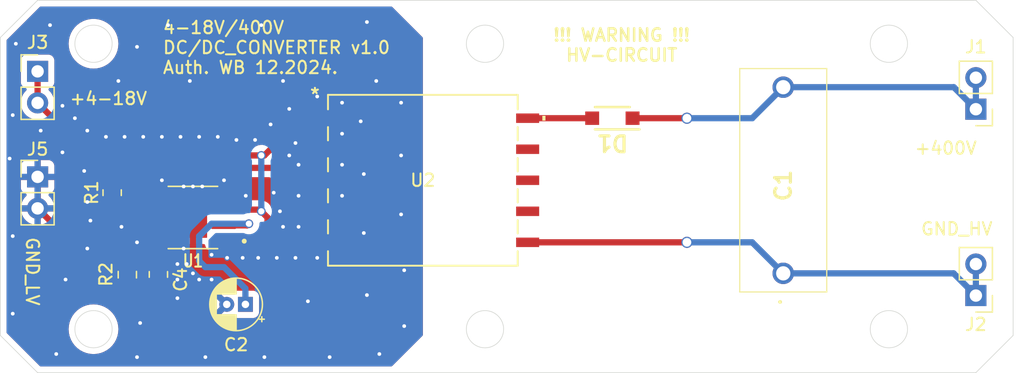
<source format=kicad_pcb>
(kicad_pcb (version 20240108) (generator "pcbnew") (generator_version "8.0")
  (layers (0 "F.Cu" signal) (31 "B.Cu" signal) (34 "B.Paste" user) (35 "F.Paste" user) (36 "B.SilkS" user "B.Silkscreen") (37 "F.SilkS" user "F.Silkscreen") (38 "B.Mask" user) (39 "F.Mask" user) (44 "Edge.Cuts" user))
  (net 0 "")
  (net 2 "Net-(D1-K)")
  (net 3 "Net-(D1-A)")
  (net 4 "Net-(U1-SW)")
  (net 5 "Net-(U1-RFB)")
  (net 11 "GND")
  (net 12 "Net-(U1-INTVCC)")
  (net 13 "Net-(U1-TC)")
  (net 14 "Net-(J3-Pin_1)")
  (net 15 "GND1")
  (footprint "Connector_PinHeader_2.54mm:PinHeader_1x02_P2.54mm_Vertical" (layer "F.Cu") (at 132 67.29 180)
    (property "Reference" "J2" (at 0 -2.33 180) (layer "F.SilkS") (effects (font (thickness 0.16))))
    (property "Value" "400V_GND")
    (fp_line (start 1.33 1.27) (end 1.33 3.87) (stroke (width 0.12)) (layer "F.SilkS"))
    (fp_line (start -1.33 3.87) (end 1.33 3.87) (stroke (width 0.12)) (layer "F.SilkS"))
    (fp_line (start -1.33 1.27) (end 1.33 1.27) (stroke (width 0.12)) (layer "F.SilkS"))
    (fp_line (start -1.33 1.27) (end -1.33 3.87) (stroke (width 0.12)) (layer "F.SilkS"))
    (fp_line (start -1.33 0) (end -1.33 -1.33) (stroke (width 0.12)) (layer "F.SilkS"))
    (fp_line (start -1.33 -1.33) (end 0 -1.33) (stroke (width 0.12)) (layer "F.SilkS"))
    (pad "1" thru_hole rect (at 0 0 180) (size 1.7 1.7) (drill 1) (layers "*.Cu" "*.Mask") (net 15 "GND1"))
    (pad "2" thru_hole oval (at 0 2.54 180) (size 1.7 1.7) (drill 1) (layers "*.Cu" "*.Mask") (net 15 "GND1"))
  )
  (footprint "Resistor_SMD:R_0805_2012Metric" (layer "F.Cu") (at 66.22125 65.5875 90)
    (property "Reference" "R2" (at 0 -4.22125 270) (layer "F.SilkS") (effects (font (thickness 0.16))))
    (property "Value" "10k")
    (fp_line (start -0.227064 -0.735) (end 0.227064 -0.735) (stroke (width 0.12)) (layer "F.SilkS"))
    (fp_line (start -0.227064 0.735) (end 0.227064 0.735) (stroke (width 0.12)) (layer "F.SilkS"))
    (pad "1" smd roundrect (at -0.9125 0 90) (size 1.025 1.4) (layers "F.Cu" "F.Paste" "F.Mask") (roundrect_rratio 0.243902) (net 11 "GND"))
    (pad "2" smd roundrect (at 0.9125 0 90) (size 1.025 1.4) (layers "F.Cu" "F.Paste" "F.Mask") (roundrect_rratio 0.243902) (net 13 "Net-(U1-TC)"))
  )
  (footprint "Capacitor_SMD:C_0805_2012Metric" (layer "F.Cu") (at 63.72125 65.6075 -90)
    (property "Reference" "C4" (at 0.3925 -4.27875 90) (layer "F.SilkS") (effects (font (thickness 0.16))))
    (property "Value" "10p")
    (fp_line (start -0.261252 0.735) (end 0.261252 0.735) (stroke (width 0.12)) (layer "F.SilkS"))
    (fp_line (start -0.261252 -0.735) (end 0.261252 -0.735) (stroke (width 0.12)) (layer "F.SilkS"))
    (pad "1" smd roundrect (at -0.95 0 270) (size 1 1.45) (layers "F.Cu" "F.Paste" "F.Mask") (net 13 "Net-(U1-TC)"))
    (pad "2" smd roundrect (at 0.95 0 270) (size 1 1.45) (layers "F.Cu" "F.Paste" "F.Mask") (net 11 "GND"))
  )
  (footprint "Przetwornica_4_to_400:SOIC127P599X175-9N" (layer "F.Cu") (at 69 61 180)
    (property "Reference" "U1" (at 0 -3.5 180) (layer "F.SilkS") (effects (font (size 1 0.8) (thickness 0.16) (bold yes))))
    (property "Value" "LT8304IS8E-1_PBF")
    (fp_line (start -1.99 2.509) (end 1.99 2.509) (stroke (width 0.127)) (layer "F.SilkS"))
    (fp_line (start -1.99 -2.509) (end 1.99 -2.509) (stroke (width 0.127)) (layer "F.SilkS"))
    (fp_circle (center -4.128 -1.905) (end -4.028 -1.905) (stroke (width 0.2)) (fill none) (layer "F.SilkS"))
    (pad "1" smd roundrect (at -2.47 -1.905 180) (size 1.97 0.58) (layers "F.Cu" "F.Paste" "F.Mask") (roundrect_rratio 0.075) (net 14 "Net-(J3-Pin_1)"))
    (pad "2" smd roundrect (at -2.47 -0.635 180) (size 1.97 0.58) (layers "F.Cu" "F.Paste" "F.Mask") (roundrect_rratio 0.075) (net 12 "Net-(U1-INTVCC)"))
    (pad "3" smd roundrect (at -2.47 0.635 180) (size 1.97 0.58) (layers "F.Cu" "F.Paste" "F.Mask") (roundrect_rratio 0.075) (net 14 "Net-(J3-Pin_1)"))
    (pad "4" smd roundrect (at -2.47 1.905 180) (size 1.97 0.58) (layers "F.Cu" "F.Paste" "F.Mask") (roundrect_rratio 0.075) (net 11 "GND"))
    (pad "5" smd roundrect (at 2.47 1.905 180) (size 1.97 0.58) (layers "F.Cu" "F.Paste" "F.Mask") (roundrect_rratio 0.075) (net 4 "Net-(U1-SW)"))
    (pad "6" smd roundrect (at 2.47 0.635 180) (size 1.97 0.58) (layers "F.Cu" "F.Paste" "F.Mask") (roundrect_rratio 0.075) (net 5 "Net-(U1-RFB)"))
    (pad "7" smd roundrect (at 2.47 -0.635 180) (size 1.97 0.58) (layers "F.Cu" "F.Paste" "F.Mask") (roundrect_rratio 0.075))
    (pad "8" smd roundrect (at 2.47 -1.905 180) (size 1.97 0.58) (layers "F.Cu" "F.Paste" "F.Mask") (roundrect_rratio 0.075) (net 13 "Net-(U1-TC)"))
    (pad "9" smd rect (at 0 0 180) (size 2.281 3.274) (layers "F.Cu" "F.Mask") (net 11 "GND"))
  )
  (footprint "Resistor_SMD:R_0805_2012Metric" (layer "F.Cu") (at 62.5 59 90)
    (property "Reference" "R1" (at 0 -1.65 270) (layer "F.SilkS") (effects (font (thickness 0.16))))
    (property "Value" "392k")
    (fp_line (start -0.227064 -0.735) (end 0.227064 -0.735) (stroke (width 0.12)) (layer "F.SilkS"))
    (fp_line (start -0.227064 0.735) (end 0.227064 0.735) (stroke (width 0.12)) (layer "F.SilkS"))
    (pad "1" smd roundrect (at -0.9125 0 90) (size 1.025 1.4) (layers "F.Cu" "F.Paste" "F.Mask") (roundrect_rratio 0.243902) (net 5 "Net-(U1-RFB)"))
    (pad "2" smd roundrect (at 0.9125 0 90) (size 1.025 1.4) (layers "F.Cu" "F.Paste" "F.Mask") (roundrect_rratio 0.243902) (net 4 "Net-(U1-SW)"))
  )
  (footprint "Connector_PinHeader_2.54mm:PinHeader_1x02_P2.54mm_Vertical" (layer "F.Cu") (at 56.5 49.225)
    (property "Reference" "J3" (at 0 -2.33 0) (layer "F.SilkS") (effects (font (thickness 0.16))))
    (property "Value" "4-18V")
    (fp_line (start -1.33 -1.33) (end 0 -1.33) (stroke (width 0.12)) (layer "F.SilkS"))
    (fp_line (start -1.33 0) (end -1.33 -1.33) (stroke (width 0.12)) (layer "F.SilkS"))
    (fp_line (start -1.33 1.27) (end -1.33 3.87) (stroke (width 0.12)) (layer "F.SilkS"))
    (fp_line (start -1.33 1.27) (end 1.33 1.27) (stroke (width 0.12)) (layer "F.SilkS"))
    (fp_line (start -1.33 3.87) (end 1.33 3.87) (stroke (width 0.12)) (layer "F.SilkS"))
    (fp_line (start 1.33 1.27) (end 1.33 3.87) (stroke (width 0.12)) (layer "F.SilkS"))
    (pad "1" thru_hole rect (at 0 0) (size 1.7 1.7) (drill 1) (layers "*.Cu" "*.Mask") (net 14 "Net-(J3-Pin_1)"))
    (pad "2" thru_hole oval (at 0 2.54) (size 1.7 1.7) (drill 1) (layers "*.Cu" "*.Mask") (net 14 "Net-(J3-Pin_1)"))
  )
  (footprint "Przetwornica_4_to_400:890303325008CS" (layer "F.Cu") (at 116.5 65.5 90)
    (property "Reference" "C1" (at 7.075 0 -90) (layer "F.SilkS") (effects (font (size 1.27 1.27) (thickness 0.254))))
    (property "Value" "150n" (hide yes))
    (fp_line (start 16.5 -3.5) (end 16.5 3.5) (stroke (width 0.1)) (layer "F.SilkS"))
    (fp_line (start -1.5 -3.5) (end 16.5 -3.5) (stroke (width 0.1)) (layer "F.SilkS"))
    (fp_line (start -2.3 -0.3) (end -2.3 -0.3) (stroke (width 0.2)) (layer "F.SilkS"))
    (fp_line (start -2.3 -0.3) (end -2.3 -0.3) (stroke (width 0.2)) (layer "F.SilkS"))
    (fp_line (start -2.3 -0.2) (end -2.3 -0.2) (stroke (width 0.2)) (layer "F.SilkS"))
    (fp_line (start 16.5 3.5) (end -1.5 3.5) (stroke (width 0.1)) (layer "F.SilkS"))
    (fp_line (start -1.5 3.5) (end -1.5 -3.5) (stroke (width 0.1)) (layer "F.SilkS"))
    (fp_arc (start -2.3 -0.3) (mid -2.25 -0.25) (end -2.3 -0.2) (stroke (width 0.2)) (layer "F.SilkS"))
    (fp_arc (start -2.3 -0.2) (mid -2.35 -0.25) (end -2.3 -0.3) (stroke (width 0.2)) (layer "F.SilkS"))
    (fp_arc (start -2.3 -0.2) (mid -2.35 -0.25) (end -2.3 -0.3) (stroke (width 0.2)) (layer "F.SilkS"))
    (pad "1" thru_hole circle (at 0 0 90) (size 1.725 1.725) (drill 1.15) (layers "*.Cu" "*.Mask") (net 15 "GND1"))
    (pad "2" thru_hole circle (at 15 0 90) (size 1.725 1.725) (drill 1.15) (layers "*.Cu" "*.Mask") (net 2 "Net-(D1-K)"))
  )
  (footprint "Connector_PinHeader_2.54mm:PinHeader_1x02_P2.54mm_Vertical" (layer "F.Cu") (at 132 52.275 180)
    (property "Reference" "J1" (at 0 5.025 180) (layer "F.SilkS") (effects (font (thickness 0.16))))
    (property "Value" "400V+")
    (fp_line (start 1.33 1.27) (end 1.33 3.87) (stroke (width 0.12)) (layer "F.SilkS"))
    (fp_line (start -1.33 3.87) (end 1.33 3.87) (stroke (width 0.12)) (layer "F.SilkS"))
    (fp_line (start -1.33 1.27) (end 1.33 1.27) (stroke (width 0.12)) (layer "F.SilkS"))
    (fp_line (start -1.33 1.27) (end -1.33 3.87) (stroke (width 0.12)) (layer "F.SilkS"))
    (fp_line (start -1.33 0) (end -1.33 -1.33) (stroke (width 0.12)) (layer "F.SilkS"))
    (fp_line (start -1.33 -1.33) (end 0 -1.33) (stroke (width 0.12)) (layer "F.SilkS"))
    (pad "1" thru_hole rect (at 0 0 180) (size 1.7 1.7) (drill 1) (layers "*.Cu" "*.Mask") (net 2 "Net-(D1-K)"))
    (pad "2" thru_hole oval (at 0 2.54 180) (size 1.7 1.7) (drill 1) (layers "*.Cu" "*.Mask") (net 2 "Net-(D1-K)"))
  )
  (footprint "Capacitor_THT:CP_Radial_D4.0mm_P1.50mm" (layer "F.Cu") (at 73.2226 68 180)
    (property "Reference" "C2" (at 0.75 -3.25 180) (layer "F.SilkS") (effects (font (thickness 0.16))))
    (property "Value" "1u")
    (fp_line (start 2.831 -0.37) (end 2.831 0.37) (stroke (width 0.12)) (layer "F.SilkS"))
    (fp_line (start 2.791 -0.537) (end 2.791 0.537) (stroke (width 0.12)) (layer "F.SilkS"))
    (fp_line (start 2.751 -0.664) (end 2.751 0.664) (stroke (width 0.12)) (layer "F.SilkS"))
    (fp_line (start 2.711 -0.768) (end 2.711 0.768) (stroke (width 0.12)) (layer "F.SilkS"))
    (fp_line (start 2.671 -0.859) (end 2.671 0.859) (stroke (width 0.12)) (layer "F.SilkS"))
    (fp_line (start 2.631 -0.94) (end 2.631 0.94) (stroke (width 0.12)) (layer "F.SilkS"))
    (fp_line (start 2.591 -1.013) (end 2.591 1.013) (stroke (width 0.12)) (layer "F.SilkS"))
    (fp_line (start 2.551 -1.08) (end 2.551 1.08) (stroke (width 0.12)) (layer "F.SilkS"))
    (fp_line (start 2.511 -1.142) (end 2.511 1.142) (stroke (width 0.12)) (layer "F.SilkS"))
    (fp_line (start 2.471 -1.2) (end 2.471 1.2) (stroke (width 0.12)) (layer "F.SilkS"))
    (fp_line (start 2.431 -1.254) (end 2.431 1.254) (stroke (width 0.12)) (layer "F.SilkS"))
    (fp_line (start 2.391 -1.304) (end 2.391 1.304) (stroke (width 0.12)) (layer "F.SilkS"))
    (fp_line (start 2.351 -1.351) (end 2.351 1.351) (stroke (width 0.12)) (layer "F.SilkS"))
    (fp_line (start 2.311 0.84) (end 2.311 1.396) (stroke (width 0.12)) (layer "F.SilkS"))
    (fp_line (start 2.311 -1.396) (end 2.311 -0.84) (stroke (width 0.12)) (layer "F.SilkS"))
    (fp_line (start 2.271 0.84) (end 2.271 1.438) (stroke (width 0.12)) (layer "F.SilkS"))
    (fp_line (start 2.271 -1.438) (end 2.271 -0.84) (stroke (width 0.12)) (layer "F.SilkS"))
    (fp_line (start 2.231 0.84) (end 2.231 1.478) (stroke (width 0.12)) (layer "F.SilkS"))
    (fp_line (start 2.231 -1.478) (end 2.231 -0.84) (stroke (width 0.12)) (layer "F.SilkS"))
    (fp_line (start 2.191 0.84) (end 2.191 1.516) (stroke (width 0.12)) (layer "F.SilkS"))
    (fp_line (start 2.191 -1.516) (end 2.191 -0.84) (stroke (width 0.12)) (layer "F.SilkS"))
    (fp_line (start 2.151 0.84) (end 2.151 1.552) (stroke (width 0.12)) (layer "F.SilkS"))
    (fp_line (start 2.151 -1.552) (end 2.151 -0.84) (stroke (width 0.12)) (layer "F.SilkS"))
    (fp_line (start 2.111 0.84) (end 2.111 1.587) (stroke (width 0.12)) (layer "F.SilkS"))
    (fp_line (start 2.111 -1.587) (end 2.111 -0.84) (stroke (width 0.12)) (layer "F.SilkS"))
    (fp_line (start 2.071 0.84) (end 2.071 1.619) (stroke (width 0.12)) (layer "F.SilkS"))
    (fp_line (start 2.071 -1.619) (end 2.071 -0.84) (stroke (width 0.12)) (layer "F.SilkS"))
    (fp_line (start 2.031 0.84) (end 2.031 1.65) (stroke (width 0.12)) (layer "F.SilkS"))
    (fp_line (start 2.031 -1.65) (end 2.031 -0.84) (stroke (width 0.12)) (layer "F.SilkS"))
    (fp_line (start 1.991 0.84) (end 1.991 1.68) (stroke (width 0.12)) (layer "F.SilkS"))
    (fp_line (start 1.991 -1.68) (end 1.991 -0.84) (stroke (width 0.12)) (layer "F.SilkS"))
    (fp_line (start 1.951 0.84) (end 1.951 1.708) (stroke (width 0.12)) (layer "F.SilkS"))
    (fp_line (start 1.951 -1.708) (end 1.951 -0.84) (stroke (width 0.12)) (layer "F.SilkS"))
    (fp_line (start 1.911 0.84) (end 1.911 1.735) (stroke (width 0.12)) (layer "F.SilkS"))
    (fp_line (start 1.911 -1.735) (end 1.911 -0.84) (stroke (width 0.12)) (layer "F.SilkS"))
    (fp_line (start 1.871 0.84) (end 1.871 1.76) (stroke (width 0.12)) (layer "F.SilkS"))
    (fp_line (start 1.871 -1.76) (end 1.871 -0.84) (stroke (width 0.12)) (layer "F.SilkS"))
    (fp_line (start 1.831 0.84) (end 1.831 1.785) (stroke (width 0.12)) (layer "F.SilkS"))
    (fp_line (start 1.831 -1.785) (end 1.831 -0.84) (stroke (width 0.12)) (layer "F.SilkS"))
    (fp_line (start 1.791 0.84) (end 1.791 1.808) (stroke (width 0.12)) (layer "F.SilkS"))
    (fp_line (start 1.791 -1.808) (end 1.791 -0.84) (stroke (width 0.12)) (layer "F.SilkS"))
    (fp_line (start 1.751 0.84) (end 1.751 1.83) (stroke (width 0.12)) (layer "F.SilkS"))
    (fp_line (start 1.751 -1.83) (end 1.751 -0.84) (stroke (width 0.12)) (layer "F.SilkS"))
    (fp_line (start 1.711 0.84) (end 1.711 1.851) (stroke (width 0.12)) (layer "F.SilkS"))
    (fp_line (start 1.711 -1.851) (end 1.711 -0.84) (stroke (width 0.12)) (layer "F.SilkS"))
    (fp_line (start 1.671 0.84) (end 1.671 1.87) (stroke (width 0.12)) (layer "F.SilkS"))
    (fp_line (start 1.671 -1.87) (end 1.671 -0.84) (stroke (width 0.12)) (layer "F.SilkS"))
    (fp_line (start 1.631 0.84) (end 1.631 1.889) (stroke (width 0.12)) (layer "F.SilkS"))
    (fp_line (start 1.631 -1.889) (end 1.631 -0.84) (stroke (width 0.12)) (layer "F.SilkS"))
    (fp_line (start 1.591 0.84) (end 1.591 1.907) (stroke (width 0.12)) (layer "F.SilkS"))
    (fp_line (start 1.591 -1.907) (end 1.591 -0.84) (stroke (width 0.12)) (layer "F.SilkS"))
    (fp_line (start 1.551 0.84) (end 1.551 1.924) (stroke (width 0.12)) (layer "F.SilkS"))
    (fp_line (start 1.551 -1.924) (end 1.551 -0.84) (stroke (width 0.12)) (layer "F.SilkS"))
    (fp_line (start 1.511 0.84) (end 1.511 1.94) (stroke (width 0.12)) (layer "F.SilkS"))
    (fp_line (start 1.511 -1.94) (end 1.511 -0.84) (stroke (width 0.12)) (layer "F.SilkS"))
    (fp_line (start 1.471 0.84) (end 1.471 1.954) (stroke (width 0.12)) (layer "F.SilkS"))
    (fp_line (start 1.471 -1.954) (end 1.471 -0.84) (stroke (width 0.12)) (layer "F.SilkS"))
    (fp_line (start 1.43 0.84) (end 1.43 1.968) (stroke (width 0.12)) (layer "F.SilkS"))
    (fp_line (start 1.43 -1.968) (end 1.43 -0.84) (stroke (width 0.12)) (layer "F.SilkS"))
    (fp_line (start 1.39 0.84) (end 1.39 1.982) (stroke (width 0.12)) (layer "F.SilkS"))
    (fp_line (start 1.39 -1.982) (end 1.39 -0.84) (stroke (width 0.12)) (layer "F.SilkS"))
    (fp_line (start 1.35 0.84) (end 1.35 1.994) (stroke (width 0.12)) (layer "F.SilkS"))
    (fp_line (start 1.35 -1.994) (end 1.35 -0.84) (stroke (width 0.12)) (layer "F.SilkS"))
    (fp_line (start 1.31 0.84) (end 1.31 2.005) (stroke (width 0.12)) (layer "F.SilkS"))
    (fp_line (start 1.31 -2.005) (end 1.31 -0.84) (stroke (width 0.12)) (layer "F.SilkS"))
    (fp_line (start 1.27 0.84) (end 1.27 2.016) (stroke (width 0.12)) (layer "F.SilkS"))
    (fp_line (start 1.27 -2.016) (end 1.27 -0.84) (stroke (width 0.12)) (layer "F.SilkS"))
    (fp_line (start 1.23 0.84) (end 1.23 2.025) (stroke (width 0.12)) (layer "F.SilkS"))
    (fp_line (start 1.23 -2.025) (end 1.23 -0.84) (stroke (width 0.12)) (layer "F.SilkS"))
    (fp_line (start 1.19 0.84) (end 1.19 2.034) (stroke (width 0.12)) (layer "F.SilkS"))
    (fp_line (start 1.19 -2.034) (end 1.19 -0.84) (stroke (width 0.12)) (layer "F.SilkS"))
    (fp_line (start 1.15 0.84) (end 1.15 2.042) (stroke (width 0.12)) (layer "F.SilkS"))
    (fp_line (start 1.15 -2.042) (end 1.15 -0.84) (stroke (width 0.12)) (layer "F.SilkS"))
    (fp_line (start 1.11 0.84) (end 1.11 2.05) (stroke (width 0.12)) (layer "F.SilkS"))
    (fp_line (start 1.11 -2.05) (end 1.11 -0.84) (stroke (width 0.12)) (layer "F.SilkS"))
    (fp_line (start 1.07 0.84) (end 1.07 2.056) (stroke (width 0.12)) (layer "F.SilkS"))
    (fp_line (start 1.07 -2.056) (end 1.07 -0.84) (stroke (width 0.12)) (layer "F.SilkS"))
    (fp_line (start 1.03 0.84) (end 1.03 2.062) (stroke (width 0.12)) (layer "F.SilkS"))
    (fp_line (start 1.03 -2.062) (end 1.03 -0.84) (stroke (width 0.12)) (layer "F.SilkS"))
    (fp_line (start 0.99 0.84) (end 0.99 2.067) (stroke (width 0.12)) (layer "F.SilkS"))
    (fp_line (start 0.99 -2.067) (end 0.99 -0.84) (stroke (width 0.12)) (layer "F.SilkS"))
    (fp_line (start 0.95 0.84) (end 0.95 2.071) (stroke (width 0.12)) (layer "F.SilkS"))
    (fp_line (start 0.95 -2.071) (end 0.95 -0.84) (stroke (width 0.12)) (layer "F.SilkS"))
    (fp_line (start 0.91 0.84) (end 0.91 2.074) (stroke (width 0.12)) (layer "F.SilkS"))
    (fp_line (start 0.91 -2.074) (end 0.91 -0.84) (stroke (width 0.12)) (layer "F.SilkS"))
    (fp_line (start 0.87 0.84) (end 0.87 2.077) (stroke (width 0.12)) (layer "F.SilkS"))
    (fp_line (start 0.87 -2.077) (end 0.87 -0.84) (stroke (width 0.12)) (layer "F.SilkS"))
    (fp_line (start 0.83 0.84) (end 0.83 2.079) (stroke (width 0.12)) (layer "F.SilkS"))
    (fp_line (start 0.83 -2.079) (end 0.83 -0.84) (stroke (width 0.12)) (layer "F.SilkS"))
    (fp_line (start 0.79 0.84) (end 0.79 2.08) (stroke (width 0.12)) (layer "F.SilkS"))
    (fp_line (start 0.79 -2.08) (end 0.79 -0.84) (stroke (width 0.12)) (layer "F.SilkS"))
    (fp_line (start 0.75 0.84) (end 0.75 2.08) (stroke (width 0.12)) (layer "F.SilkS"))
    (fp_line (start 0.75 -2.08) (end 0.75 -0.84) (stroke (width 0.12)) (layer "F.SilkS"))
    (fp_line (start -1.319801 -1.395) (end -1.319801 -0.995) (stroke (width 0.12)) (layer "F.SilkS"))
    (fp_line (start -1.519801 -1.195) (end -1.119801 -1.195) (stroke (width 0.12)) (layer "F.SilkS"))
    (fp_circle (center 0.75 0) (end 2.87 0) (stroke (width 0.12)) (fill none) (layer "F.SilkS"))
    (pad "1" thru_hole rect (at 0 0 180) (size 1.2 1.2) (drill 0.6) (layers "*.Cu" "*.Mask") (net 12 "Net-(U1-INTVCC)"))
    (pad "2" thru_hole circle (at 1.5 0 180) (size 1.2 1.2) (drill 0.6) (layers "*.Cu" "*.Mask") (net 11 "GND"))
  )
  (footprint "Przetwornica_4_to_400:SODFL3818X108N" (layer "F.Cu") (at 102.75 53 180)
    (property "Reference" "D1" (at 0 -2 180) (layer "F.SilkS") (effects (font (size 1.27 1.27) (thickness 0.254))))
    (property "Value" "CMMR1U-06_TR_PBFREE" (hide yes))
    (fp_line (start -1.4 0.9) (end 1.4 0.9) (stroke (width 0.2)) (layer "F.SilkS"))
    (fp_line (start -2.185 -0.9) (end 1.4 -0.9) (stroke (width 0.2)) (layer "F.SilkS"))
    (pad "1" smd rect (at -1.625 0 270) (size 1.08 1.12) (layers "F.Cu" "F.Paste" "F.Mask") (net 2 "Net-(D1-K)"))
    (pad "2" smd rect (at 1.625 0 270) (size 1.08 1.12) (layers "F.Cu" "F.Paste" "F.Mask") (net 3 "Net-(D1-A)"))
  )
  (footprint "Przetwornica_4_to_400:SMT_24-T087_SUM" (layer "F.Cu") (at 87.5 58)
    (property "Reference" "U2" (at 0 0 0) (layer "F.SilkS") (effects (font (thickness 0.16))))
    (property "Value" "40u/40m - 1:10")
    (fp_line (start -7.6327 -6.8834) (end -7.6327 -5.713984) (stroke (width 0.1524)) (layer "F.SilkS"))
    (fp_line (start -7.6327 -4.286504) (end -7.6327 -3.213862) (stroke (width 0.1524)) (layer "F.SilkS"))
    (fp_line (start -7.6327 -1.786382) (end -7.6327 -0.71374) (stroke (width 0.1524)) (layer "F.SilkS"))
    (fp_line (start -7.6327 0.71374) (end -7.6327 1.786382) (stroke (width 0.1524)) (layer "F.SilkS"))
    (fp_line (start -7.6327 3.213862) (end -7.6327 4.286504) (stroke (width 0.1524)) (layer "F.SilkS"))
    (fp_line (start -7.6327 5.713984) (end -7.6327 6.8834) (stroke (width 0.1524)) (layer "F.SilkS"))
    (fp_line (start -7.6327 6.8834) (end 7.6327 6.8834) (stroke (width 0.1524)) (layer "F.SilkS"))
    (fp_line (start 7.6327 -6.8834) (end -7.6327 -6.8834) (stroke (width 0.1524)) (layer "F.SilkS"))
    (fp_line (start 7.6327 -5.713984) (end 7.6327 -6.8834) (stroke (width 0.1524)) (layer "F.SilkS"))
    (fp_line (start 7.6327 -3.213862) (end 7.6327 -4.286504) (stroke (width 0.1524)) (layer "F.SilkS"))
    (fp_line (start 7.6327 -0.71374) (end 7.6327 -1.786382) (stroke (width 0.1524)) (layer "F.SilkS"))
    (fp_line (start 7.6327 1.786382) (end 7.6327 0.71374) (stroke (width 0.1524)) (layer "F.SilkS"))
    (fp_line (start 7.6327 4.286504) (end 7.6327 3.213862) (stroke (width 0.1524)) (layer "F.SilkS"))
    (fp_line (start 7.6327 6.8834) (end 7.6327 5.713984) (stroke (width 0.1524)) (layer "F.SilkS"))
    (fp_poly (pts (xy 9.8679 -5.190744) (xy 9.8679 -4.809744) (xy 9.6139 -4.809744) (xy 9.6139 -5.190744)) (fill solid) (layer "F.SilkS"))
    (fp_text user "*" (at -8.6868 -6.905244 0) (layer "F.SilkS"))
    (fp_text user "*" (at -8.6868 -6.905244 0) (layer "F.SilkS"))
    (pad "1" smd rect (at -8.4328 -5.000244) (size 1.8542 0.762) (layers "F.Cu" "F.Paste" "F.Mask") (net 14 "Net-(J3-Pin_1)"))
    (pad "2" smd rect (at -8.4328 -2.500122) (size 1.8542 0.762) (layers "F.Cu" "F.Paste" "F.Mask"))
    (pad "3" smd rect (at -8.4328 0) (size 1.8542 0.762) (layers "F.Cu" "F.Paste" "F.Mask") (net 4 "Net-(U1-SW)"))
    (pad "4" smd rect (at -8.4328 2.500122) (size 1.8542 0.762) (layers "F.Cu" "F.Paste" "F.Mask"))
    (pad "5" smd rect (at -8.4328 5.000244) (size 1.8542 0.762) (layers "F.Cu" "F.Paste" "F.Mask"))
    (pad "6" smd rect (at 8.4328 5.000244) (size 1.8542 0.762) (layers "F.Cu" "F.Paste" "F.Mask") (net 15 "GND1"))
    (pad "7" smd rect (at 8.4328 2.500122) (size 1.8542 0.762) (layers "F.Cu" "F.Paste" "F.Mask"))
    (pad "8" smd rect (at 8.4328 0) (size 1.8542 0.762) (layers "F.Cu" "F.Paste" "F.Mask"))
    (pad "9" smd rect (at 8.4328 -2.500122) (size 1.8542 0.762) (layers "F.Cu" "F.Paste" "F.Mask"))
    (pad "10" smd rect (at 8.4328 -5.000244) (size 1.8542 0.762) (layers "F.Cu" "F.Paste" "F.Mask") (net 3 "Net-(D1-A)"))
  )
  (footprint "Connector_PinHeader_2.54mm:PinHeader_1x02_P2.54mm_Vertical" (layer "F.Cu") (at 56.5 57.725)
    (property "Reference" "J5" (at 0 -2.225 0) (layer "F.SilkS") (effects (font (thickness 0.16))))
    (property "Value" "GND")
    (fp_line (start -1.33 -1.33) (end 0 -1.33) (stroke (width 0.12)) (layer "F.SilkS"))
    (fp_line (start -1.33 0) (end -1.33 -1.33) (stroke (width 0.12)) (layer "F.SilkS"))
    (fp_line (start -1.33 1.27) (end -1.33 3.87) (stroke (width 0.12)) (layer "F.SilkS"))
    (fp_line (start -1.33 1.27) (end 1.33 1.27) (stroke (width 0.12)) (layer "F.SilkS"))
    (fp_line (start -1.33 3.87) (end 1.33 3.87) (stroke (width 0.12)) (layer "F.SilkS"))
    (fp_line (start 1.33 1.27) (end 1.33 3.87) (stroke (width 0.12)) (layer "F.SilkS"))
    (pad "1" thru_hole rect (at 0 0) (size 1.7 1.7) (drill 1) (layers "*.Cu" "*.Mask") (net 11 "GND"))
    (pad "2" thru_hole oval (at 0 2.54) (size 1.7 1.7) (drill 1) (layers "*.Cu" "*.Mask") (net 11 "GND"))
  )
  (gr_line (start 132 73.5) (end 56.5 73.5) (stroke (width 0.05)) (layer "Edge.Cuts"))
  (gr_line (start 56.5 73.5) (end 53.5 70.5) (stroke (width 0.05)) (layer "Edge.Cuts"))
  (gr_line (start 56.5 43.5) (end 53.5 46.5) (stroke (width 0.05)) (layer "Edge.Cuts"))
  (gr_circle (center 92.5 47) (end 94 47) (stroke (width 0.05)) (fill none) (layer "Edge.Cuts"))
  (gr_circle (center 125 70) (end 126.5 70) (stroke (width 0.05)) (fill none) (layer "Edge.Cuts"))
  (gr_line (start 53.5 46.5) (end 53.5 70.5) (stroke (width 0.05)) (layer "Edge.Cuts"))
  (gr_circle (center 61 47) (end 59.5 47) (stroke (width 0.05)) (fill none) (layer "Edge.Cuts"))
  (gr_line (start 135 46.5) (end 135 70.5) (stroke (width 0.05)) (layer "Edge.Cuts"))
  (gr_line (start 132 43.5) (end 135 46.5) (stroke (width 0.05)) (layer "Edge.Cuts"))
  (gr_circle (center 125 47) (end 126.5 47) (stroke (width 0.05)) (fill none) (layer "Edge.Cuts"))
  (gr_circle (center 61 70) (end 59.5 70) (stroke (width 0.05)) (fill none) (layer "Edge.Cuts"))
  (gr_line (start 132 73.5) (end 135 70.5) (stroke (width 0.05)) (layer "Edge.Cuts"))
  (gr_line (start 132 43.5) (end 56.5 43.5) (stroke (width 0.05)) (layer "Edge.Cuts"))
  (gr_circle (center 92.5 70) (end 94 70) (stroke (width 0.05)) (fill none) (layer "Edge.Cuts"))
  (gr_text "!!! WARNING !!!\nHV-CIRCUIT" (at 103.5 48.5 0) (layer "F.SilkS") (effects (font (size 1 1) (thickness 0.2) (bold yes)) (justify bottom)))
  (gr_text "4-18V/400V \nDC/DC_CONVERTER v1.0 \nAuth. WB 12.2024." (at 66.5 49.5 0) (layer "F.SilkS") (effects (font (size 1 1) (thickness 0.16)) (justify left bottom)))
  (gr_text "+400V" (at 127 56 0) (layer "F.SilkS") (effects (font (size 1 1) (thickness 0.16)) (justify left bottom)))
  (gr_text "+4-18V" (at 59 52 0) (layer "F.SilkS") (effects (font (size 1 1) (thickness 0.16)) (justify left bottom)))
  (gr_text "GND_HV" (at 127.5 62.5 0) (layer "F.SilkS") (effects (font (size 1 1) (thickness 0.16)) (justify left bottom)))
  (gr_text "GND_LV" (at 55.5 62.5 270) (layer "F.SilkS") (effects (font (size 1 1) (thickness 0.16)) (justify left bottom)))
  (segment (start 104.375 53) (end 108.75 53) (width 0.5) (layer "F.Cu") (net 2))
  (via (at 108.75 53) (size 0.9) (drill 0.7) (layers "F.Cu" "B.Cu") (net 2))
  (segment (start 132 49.735) (end 132 52.275) (width 0.5) (layer "B.Cu") (net 2))
  (segment (start 116.5 50.5) (end 130.225 50.5) (width 0.5) (layer "B.Cu") (net 2))
  (segment (start 130.225 50.5) (end 132 52.275) (width 0.5) (layer "B.Cu") (net 2))
  (segment (start 114 53) (end 116.5 50.5) (width 0.5) (layer "B.Cu") (net 2))
  (segment (start 108.75 53) (end 114 53) (width 0.5) (layer "B.Cu") (net 2))
  (segment (start 95.933044 53) (end 95.9328 52.999756) (width 0.5) (layer "F.Cu") (net 3))
  (segment (start 101.125 53) (end 95.933044 53) (width 0.5) (layer "F.Cu") (net 3))
  (segment (start 75.5 57) (end 76.5 58) (width 0.5) (layer "F.Cu") (net 4))
  (segment (start 63.9125 58.0875) (end 62.5 58.0875) (width 0.5) (layer "F.Cu") (net 4))
  (segment (start 76.5 58) (end 79.0672 58) (width 0.5) (layer "F.Cu") (net 4))
  (segment (start 64 58) (end 63.9125 58.0875) (width 0.5) (layer "F.Cu") (net 4))
  (segment (start 65 57) (end 75.5 57) (width 0.5) (layer "F.Cu") (net 4))
  (segment (start 66.53 59.095) (end 65.095 59.095) (width 0.5) (layer "F.Cu") (net 4))
  (segment (start 64 58) (end 65 57) (width 0.5) (layer "F.Cu") (net 4))
  (segment (start 65.095 59.095) (end 64 58) (width 0.5) (layer "F.Cu") (net 4))
  (segment (start 62.9525 60.365) (end 62.5 59.9125) (width 0.5) (layer "F.Cu") (net 5))
  (segment (start 66.53 60.365) (end 62.9525 60.365) (width 0.5) (layer "F.Cu") (net 5))
  (segment (start 69 60.580001) (end 70.485001 59.095) (width 0.5) (layer "F.Cu") (net 11))
  (segment (start 60.5575 66.5575) (end 63.72125 66.5575) (width 0.5) (layer "F.Cu") (net 11))
  (segment (start 69 61) (end 69 60.580001) (width 0.5) (layer "F.Cu") (net 11))
  (segment (start 70.485001 59.095) (end 71.47 59.095) (width 0.5) (layer "F.Cu") (net 11))
  (segment (start 59.5 63.265) (end 59.5 65.5) (width 0.5) (layer "F.Cu") (net 11))
  (segment (start 56.5 57.725) (end 56.5 60.265) (width 0.5) (layer "F.Cu") (net 11))
  (segment (start 63.77875 66.5) (end 63.72125 66.5575) (width 0.5) (layer "F.Cu") (net 11))
  (segment (start 66.22125 66.5) (end 63.77875 66.5) (width 0.5) (layer "F.Cu") (net 11))
  (segment (start 59.5 65.5) (end 60.5575 66.5575) (width 0.5) (layer "F.Cu") (net 11))
  (segment (start 56.5 60.265) (end 59.5 63.265) (width 0.5) (layer "F.Cu") (net 11))
  (via (at 81 56.75) (size 0.5) (drill 0.3) (layers "F.Cu" "B.Cu") (net 11))
  (via (at 54.25 56.25) (size 0.5) (drill 0.3) (layers "F.Cu" "B.Cu") (net 11))
  (via (at 70.5 66) (size 0.5) (drill 0.3) (layers "F.Cu" "B.Cu") (net 11))
  (via (at 63.25 61.75) (size 0.5) (drill 0.3) (layers "F.Cu" "B.Cu") (net 11))
  (via (at 59.5 53) (size 0.5) (drill 0.3) (layers "F.Cu" "B.Cu") (net 11))
  (via (at 81 51.75) (size 0.5) (drill 0.3) (layers "F.Cu" "B.Cu") (net 11))
  (via (at 63 50) (size 0.5) (drill 0.3) (layers "F.Cu" "B.Cu") (net 11))
  (via (at 85.75 51.75) (size 0.5) (drill 0.3) (layers "F.Cu" "B.Cu") (net 11))
  (via (at 83 45.25) (size 0.5) (drill 0.3) (layers "F.Cu" "B.Cu") (net 11))
  (via (at 68 54.5) (size 0.5) (drill 0.3) (layers "F.Cu" "B.Cu") (net 11))
  (via (at 54.5 62.5) (size 0.5) (drill 0.3) (layers "F.Cu" "B.Cu") (net 11))
  (via (at 80 72.25) (size 0.5) (drill 0.3) (layers "F.Cu" "B.Cu") (net 11))
  (via (at 64.5 63) (size 0.5) (drill 0.3) (layers "F.Cu" "B.Cu") (net 11))
  (via (at 76.75 56) (size 0.5) (drill 0.3) (layers "F.Cu" "B.Cu") (net 11))
  (via (at 58.5 52) (size 0.5) (drill 0.3) (layers "F.Cu" "B.Cu") (net 11))
  (via (at 58.5 55.75) (size 0.5) (drill 0.3) (layers "F.Cu" "B.Cu") (net 11))
  (via (at 83.75 50) (size 0.5) (drill 0.3) (layers "F.Cu" "B.Cu") (net 11))
  (via (at 69 65.5) (size 0.5) (drill 0.3) (layers "F.Cu" "B.Cu") (net 11))
  (via (at 56.75 54) (size 0.5) (drill 0.3) (layers "F.Cu" "B.Cu") (net 11))
  (via (at 76.75 52.25) (size 0.5) (drill 0.3) (layers "F.Cu" "B.Cu") (net 11))
  (via (at 81 54.25) (size 0.5) (drill 0.3) (layers "F.Cu" "B.Cu") (net 11))
  (via (at 82.75 57.5) (size 0.5) (drill 0.3) (layers "F.Cu" "B.Cu") (net 11))
  (via (at 67.75 64.75) (size 0.5) (drill 0.3) (layers "F.Cu" "B.Cu") (net 11))
  (via (at 74.5 45.5) (size 0.5) (drill 0.3) (layers "F.Cu" "B.Cu") (net 11))
  (via (at 77.25 64.25) (size 0.5) (drill 0.3) (layers "F.Cu" "B.Cu") (net 11))
  (via (at 77.5 59.25) (size 0.5) (drill 0.3) (layers "F.Cu" "B.Cu") (net 11))
  (via (at 73.25 59.25) (size 0.5) (drill 0.3) (layers "F.Cu" "B.Cu") (net 11))
  (via (at 81 59.25) (size 0.5) (drill 0.3) (layers "F.Cu" "B.Cu") (net 11))
  (via (at 54.5 52.75) (size 0.5) (drill 0.3) (layers "F.Cu" "B.Cu") (net 11))
  (via (at 68.25 63.5) (size 0.5) (drill 0.3) (layers "F.Cu" "B.Cu") (net 11))
  (via (at 67.75 66) (size 0.5) (drill 0.3) (layers "F.Cu" "B.Cu") (net 11))
  (via (at 69.5 66) (size 0.5) (drill 0.3) (layers "F.Cu" "B.Cu") (net 11))
  (via (at 66.5 54.5) (size 0.5) (drill 0.3) (layers "F.Cu" "B.Cu") (net 11))
  (via (at 69.75 58.5) (size 0.5) (drill 0.3) (layers "F.Cu" "B.Cu") (net 11))
  (via (at 67 45.5) (size 0.5) (drill 0.3) (layers "F.Cu" "B.Cu") (net 11))
  (via (at 68.25 58.5) (size 0.5) (drill 0.3) (layers "F.Cu" "B.Cu") (net 11))
  (via (at 58 72) (size 0.5) (drill 0.3) (layers "F.Cu" "B.Cu") (net 11))
  (via (at 82.75 62.25) (size 0.5) (drill 0.3) (layers "F.Cu" "B.Cu") (net 11))
  (via (at 60.5 63.5) (size 0.5) (drill 0.3) (layers "F.Cu" "B.Cu") (net 11))
  (via (at 85.75 60.75) (size 0.5) (drill 0.3) (layers "F.Cu" "B.Cu") (net 11))
  (via (at 77.5 56.75) (size 0.5) (drill 0.3) (layers "F.Cu" "B.Cu") (net 11))
  (via (at 70 72.25) (size 0.5) (drill 0.3) (layers "F.Cu" "B.Cu") (net 11))
  (via (at 82.5 53.25) (size 0.5) (drill 0.3) (layers "F.Cu" "B.Cu") (net 11))
  (via (at 74.75 72.25) (size 0.5) (drill 0.3) (layers "F.Cu" "B.Cu") (net 11))
  (via (at 73 64.25) (size 0.5) (drill 0.3) (layers "F.Cu" "B.Cu") (net 11))
  (via (at 69 58.5) (size 0.5) (drill 0.3) (layers "F.Cu" "B.Cu") (net 11))
  (via (at 74 54.75) (size 0.5) (drill 0.3) (layers "F.Cu" "B.Cu") (net 11))
  (via (at 75.25 53.5) (size 0.5) (drill 0.3) (layers "F.Cu" "B.Cu") (net 11))
  (via (at 75.75 64.25) (size 0.5) (drill 0.3) (layers "F.Cu" "B.Cu") (net 11))
  (via (at 63.5 54.5) (size 0.5) (drill 0.3) (layers "F.Cu" "B.Cu") (net 11))
  (via (at 69.5 54.5) (size 0.5) (drill 0.3) (layers "F.Cu" "B.Cu") (net 11))
  (via (at 64.5 47.25) (size 0.5) (drill 0.3) (layers "F.Cu" "B.Cu") (net 11))
  (via (at 64.75 69.5) (size 0.5) (drill 0.3) (layers "F.Cu" "B.Cu") (net 11))
  (via (at 57.5 45.5) (size 0.5) (drill 0.3) (layers "F.Cu" "B.Cu") (net 11))
  (via (at 75.5 59) (size 0.5) (drill 0.3) (layers "F.Cu" "B.Cu") (net 11))
  (via (at 84 72) (size 0.5) (drill 0.3) (layers "F.Cu" "B.Cu") (net 11))
  (via (at 65 54.5) (size 0.5) (drill 0.3) (layers "F.Cu" "B.Cu") (net 11))
  (via (at 83 67.25) (size 0.5) (drill 0.3) (layers "F.Cu" "B.Cu") (net 11))
  (via (at 76.25 50) (size 0.5) (drill 0.3) (layers "F.Cu" "B.Cu") (net 11))
  (via (at 86 65.25) (size 0.5) (drill 0.3) (layers "F.Cu" "B.Cu") (net 11))
  (via (at 54.75 47) (size 0.5) (drill 0.3) (layers "F.Cu" "B.Cu") (net 11))
  (via (at 74.25 64.25) (size 0.5) (drill 0.3) (layers "F.Cu" "B.Cu") (net 11))
  (via (at 71 54.5) (size 0.5) (drill 0.3) (layers "F.Cu" "B.Cu") (net 11))
  (via (at 71.5 58) (size 0.5) (drill 0.3) (layers "F.Cu" "B.Cu") (net 11))
  (via (at 85.75 56) (size 0.5) (drill 0.3) (layers "F.Cu" "B.Cu") (net 11))
  (via (at 79 64.25) (size 0.5) (drill 0.3) (layers "F.Cu" "B.Cu") (net 11))
  (via (at 70.5 64) (size 0.5) (drill 0.3) (layers "F.Cu" "B.Cu") (net 11))
  (via (at 64.5 72.25) (size 0.5) (drill 0.3) (layers "F.Cu" "B.Cu") (net 11))
  (via (at 60.75 61.25) (size 0.5) (drill 0.3) (layers "F.Cu" "B.Cu") (net 11))
  (via (at 76.25 61.75) (size 0.5) (drill 0.3) (layers "F.Cu" "B.Cu") (net 11))
  (via (at 79 51.25) (size 0.5) (drill 0.3) (layers "F.Cu" "B.Cu") (net 11))
  (via (at 67.75 67.5) (size 0.5) (drill 0.3) (layers "F.Cu" "B.Cu") (net 11))
  (via (at 77.25 55) (size 0.5) (drill 0.3) (layers "F.Cu" "B.Cu") (net 11))
  (via (at 72.5 54.75) (size 0.5) (drill 0.3) (layers "F.Cu" "B.Cu") (net 11))
  (via (at 86 69.75) (size 0.5) (drill 0.3) (layers "F.Cu" "B.Cu") (net 11))
  (via (at 78.25 67.75) (size 0.5) (drill 0.3) (layers "F.Cu" "B.Cu") (net 11))
  (via (at 58.75 66) (size 0.5) (drill 0.3) (layers "F.Cu" "B.Cu") (net 11))
  (via (at 68.75 50) (size 0.5) (drill 0.3) (layers "F.Cu" "B.Cu") (net 11))
  (via (at 54.5 68.75) (size 0.5) (drill 0.3) (layers "F.Cu" "B.Cu") (net 11))
  (via (at 71.75 64.25) (size 0.5) (drill 0.3) (layers "F.Cu" "B.Cu") (net 11))
  (via (at 68.5 64.75) (size 0.5) (drill 0.3) (layers "F.Cu" "B.Cu") (net 11))
  (via (at 60.25 57.25) (size 0.5) (drill 0.3) (layers "F.Cu" "B.Cu") (net 11))
  (via (at 76 60.5) (size 0.5) (drill 0.3) (layers "F.Cu" "B.Cu") (net 11))
  (via (at 77.5 61.75) (size 0.5) (drill 0.3) (layers "F.Cu" "B.Cu") (net 11))
  (via (at 60.5 59.75) (size 0.5) (drill 0.3) (layers "F.Cu" "B.Cu") (net 11))
  (via (at 66.5 58) (size 0.5) (drill 0.3) (layers "F.Cu" "B.Cu") (net 11))
  (via (at 62 54.5) (size 0.5) (drill 0.3) (layers "F.Cu" "B.Cu") (net 11))
  (via (at 60.5 54) (size 0.5) (drill 0.3) (layers "F.Cu" "B.Cu") (net 11))
  (segment (start 73.365 61.635) (end 73.5 61.5) (width 0.5) (layer "F.Cu") (net 12))
  (segment (start 71.47 61.635) (end 73.365 61.635) (width 0.5) (layer "F.Cu") (net 12))
  (via (at 73.5 61.5) (size 0.7) (drill 0.5) (layers "F.Cu" "B.Cu") (net 12))
  (segment (start 73.2226 66.7226) (end 73.2226 68) (width 0.5) (layer "B.Cu") (net 12))
  (segment (start 69.5 62.5) (end 69.5 64.5) (width 0.5) (layer "B.Cu") (net 12))
  (segment (start 71.5 65) (end 73.2226 66.7226) (width 0.5) (layer "B.Cu") (net 12))
  (segment (start 70.5 61.5) (end 69.5 62.5) (width 0.5) (layer "B.Cu") (net 12))
  (segment (start 73.5 61.5) (end 70.5 61.5) (width 0.5) (layer "B.Cu") (net 12))
  (segment (start 69.5 64.5) (end 70 65) (width 0.5) (layer "B.Cu") (net 12))
  (segment (start 70 65) (end 71.5 65) (width 0.5) (layer "B.Cu") (net 12))
  (segment (start 66.20375 64.6575) (end 66.22125 64.675) (width 0.5) (layer "F.Cu") (net 13))
  (segment (start 63.72125 64.6575) (end 66.20375 64.6575) (width 0.5) (layer "F.Cu") (net 13))
  (segment (start 66.53 62.905) (end 66.53 64.36625) (width 0.5) (layer "F.Cu") (net 13))
  (segment (start 66.53 64.36625) (end 66.22125 64.675) (width 0.5) (layer "F.Cu") (net 13))
  (segment (start 74.75 56) (end 74.5 56) (width 0.5) (layer "F.Cu") (net 14))
  (segment (start 74.365 60.365) (end 74.5 60.5) (width 0.5) (layer "F.Cu") (net 14))
  (segment (start 56.5 49.225) (end 56.5 51.765) (width 0.5) (layer "F.Cu") (net 14))
  (segment (start 74.5 60.5) (end 75 61) (width 0.5) (layer "F.Cu") (net 14))
  (segment (start 79.0672 52.999756) (end 77.750244 52.999756) (width 0.5) (layer "F.Cu") (net 14))
  (segment (start 71.47 60.365) (end 74.365 60.365) (width 0.5) (layer "F.Cu") (net 14))
  (segment (start 75 63.000244) (end 71.565244 63.000244) (width 0.5) (layer "F.Cu") (net 14))
  (segment (start 77.750244 52.999756) (end 74.75 56) (width 0.5) (layer "F.Cu") (net 14))
  (segment (start 70.5 56) (end 74.5 56) (width 0.5) (layer "F.Cu") (net 14))
  (segment (start 75 61) (end 75 63.000244) (width 0.5) (layer "F.Cu") (net 14))
  (segment (start 71.565244 63.000244) (end 71.47 62.905) (width 0.5) (layer "F.Cu") (net 14))
  (segment (start 60.735 56) (end 70.5 56) (width 0.5) (layer "F.Cu") (net 14))
  (segment (start 56.5 51.765) (end 60.735 56) (width 0.5) (layer "F.Cu") (net 14))
  (via (at 74.5 56) (size 0.7) (drill 0.5) (layers "F.Cu" "B.Cu") (net 14))
  (via (at 74.5 60.5) (size 0.7) (drill 0.5) (layers "F.Cu" "B.Cu") (net 14))
  (segment (start 74.5 56.2) (end 74.5 60.5) (width 0.5) (layer "B.Cu") (net 14))
  (segment (start 108.749756 63.000244) (end 108.75 63) (width 0.5) (layer "F.Cu") (net 15))
  (segment (start 95.9328 63.000244) (end 108.749756 63.000244) (width 0.5) (layer "F.Cu") (net 15))
  (via (at 108.75 63) (size 0.9) (drill 0.7) (layers "F.Cu" "B.Cu") (net 15))
  (segment (start 130.21 65.5) (end 132 67.29) (width 0.5) (layer "B.Cu") (net 15))
  (segment (start 114 63) (end 116.5 65.5) (width 0.5) (layer "B.Cu") (net 15))
  (segment (start 108.75 63) (end 114 63) (width 0.5) (layer "B.Cu") (net 15))
  (segment (start 116.5 65.5) (end 130.21 65.5) (width 0.5) (layer "B.Cu") (net 15))
  (segment (start 132 64.75) (end 132 67.29) (width 0.5) (layer "B.Cu") (net 15))
  (zone (net 11) (net_name "GND") (layers "F&B.Cu") (connect_pads (clearance 0.5)) (min_thickness 0.25) (fill yes (thermal_gap 0.5) (thermal_bridge_width 0.5))
    (polygon (pts (xy 56.5 43.5) (xy 53.5 46.5) (xy 53.5 70.5) (xy 56.5 73.5) (xy 84.5 73.5) (xy 87.5 70.5) (xy 87.5 46.5) (xy 84.5 43.5)))
  )
)
</source>
